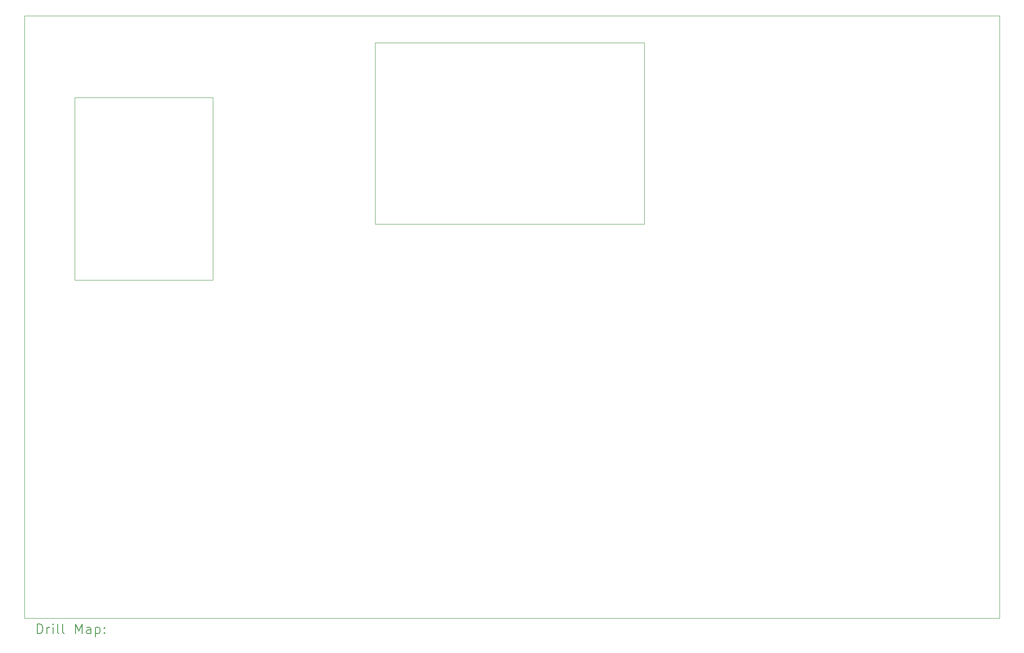
<source format=gbr>
%TF.GenerationSoftware,KiCad,Pcbnew,8.0.0*%
%TF.CreationDate,2024-05-29T16:09:35+02:00*%
%TF.ProjectId,Remote_Board_L476RG,52656d6f-7465-45f4-926f-6172645f4c34,rev?*%
%TF.SameCoordinates,Original*%
%TF.FileFunction,Drillmap*%
%TF.FilePolarity,Positive*%
%FSLAX45Y45*%
G04 Gerber Fmt 4.5, Leading zero omitted, Abs format (unit mm)*
G04 Created by KiCad (PCBNEW 8.0.0) date 2024-05-29 16:09:35*
%MOMM*%
%LPD*%
G01*
G04 APERTURE LIST*
%ADD10C,0.050000*%
%ADD11C,0.200000*%
G04 APERTURE END LIST*
D10*
X7600000Y-3000000D02*
X27500000Y-3000000D01*
X27500000Y-15300000D01*
X7600000Y-15300000D01*
X7600000Y-3000000D01*
X8620000Y-4675000D02*
X11445000Y-4675000D01*
X11445000Y-8400000D01*
X8620000Y-8400000D01*
X8620000Y-4675000D01*
X14750000Y-3550000D02*
X20250000Y-3550000D01*
X20250000Y-7250000D01*
X14750000Y-7250000D01*
X14750000Y-3550000D01*
D11*
X7858277Y-15613984D02*
X7858277Y-15413984D01*
X7858277Y-15413984D02*
X7905896Y-15413984D01*
X7905896Y-15413984D02*
X7934467Y-15423508D01*
X7934467Y-15423508D02*
X7953515Y-15442555D01*
X7953515Y-15442555D02*
X7963039Y-15461603D01*
X7963039Y-15461603D02*
X7972562Y-15499698D01*
X7972562Y-15499698D02*
X7972562Y-15528269D01*
X7972562Y-15528269D02*
X7963039Y-15566365D01*
X7963039Y-15566365D02*
X7953515Y-15585412D01*
X7953515Y-15585412D02*
X7934467Y-15604460D01*
X7934467Y-15604460D02*
X7905896Y-15613984D01*
X7905896Y-15613984D02*
X7858277Y-15613984D01*
X8058277Y-15613984D02*
X8058277Y-15480650D01*
X8058277Y-15518746D02*
X8067801Y-15499698D01*
X8067801Y-15499698D02*
X8077324Y-15490174D01*
X8077324Y-15490174D02*
X8096372Y-15480650D01*
X8096372Y-15480650D02*
X8115420Y-15480650D01*
X8182086Y-15613984D02*
X8182086Y-15480650D01*
X8182086Y-15413984D02*
X8172562Y-15423508D01*
X8172562Y-15423508D02*
X8182086Y-15433031D01*
X8182086Y-15433031D02*
X8191610Y-15423508D01*
X8191610Y-15423508D02*
X8182086Y-15413984D01*
X8182086Y-15413984D02*
X8182086Y-15433031D01*
X8305896Y-15613984D02*
X8286848Y-15604460D01*
X8286848Y-15604460D02*
X8277324Y-15585412D01*
X8277324Y-15585412D02*
X8277324Y-15413984D01*
X8410658Y-15613984D02*
X8391610Y-15604460D01*
X8391610Y-15604460D02*
X8382086Y-15585412D01*
X8382086Y-15585412D02*
X8382086Y-15413984D01*
X8639229Y-15613984D02*
X8639229Y-15413984D01*
X8639229Y-15413984D02*
X8705896Y-15556841D01*
X8705896Y-15556841D02*
X8772563Y-15413984D01*
X8772563Y-15413984D02*
X8772563Y-15613984D01*
X8953515Y-15613984D02*
X8953515Y-15509222D01*
X8953515Y-15509222D02*
X8943991Y-15490174D01*
X8943991Y-15490174D02*
X8924944Y-15480650D01*
X8924944Y-15480650D02*
X8886848Y-15480650D01*
X8886848Y-15480650D02*
X8867801Y-15490174D01*
X8953515Y-15604460D02*
X8934467Y-15613984D01*
X8934467Y-15613984D02*
X8886848Y-15613984D01*
X8886848Y-15613984D02*
X8867801Y-15604460D01*
X8867801Y-15604460D02*
X8858277Y-15585412D01*
X8858277Y-15585412D02*
X8858277Y-15566365D01*
X8858277Y-15566365D02*
X8867801Y-15547317D01*
X8867801Y-15547317D02*
X8886848Y-15537793D01*
X8886848Y-15537793D02*
X8934467Y-15537793D01*
X8934467Y-15537793D02*
X8953515Y-15528269D01*
X9048753Y-15480650D02*
X9048753Y-15680650D01*
X9048753Y-15490174D02*
X9067801Y-15480650D01*
X9067801Y-15480650D02*
X9105896Y-15480650D01*
X9105896Y-15480650D02*
X9124944Y-15490174D01*
X9124944Y-15490174D02*
X9134467Y-15499698D01*
X9134467Y-15499698D02*
X9143991Y-15518746D01*
X9143991Y-15518746D02*
X9143991Y-15575888D01*
X9143991Y-15575888D02*
X9134467Y-15594936D01*
X9134467Y-15594936D02*
X9124944Y-15604460D01*
X9124944Y-15604460D02*
X9105896Y-15613984D01*
X9105896Y-15613984D02*
X9067801Y-15613984D01*
X9067801Y-15613984D02*
X9048753Y-15604460D01*
X9229705Y-15594936D02*
X9239229Y-15604460D01*
X9239229Y-15604460D02*
X9229705Y-15613984D01*
X9229705Y-15613984D02*
X9220182Y-15604460D01*
X9220182Y-15604460D02*
X9229705Y-15594936D01*
X9229705Y-15594936D02*
X9229705Y-15613984D01*
X9229705Y-15490174D02*
X9239229Y-15499698D01*
X9239229Y-15499698D02*
X9229705Y-15509222D01*
X9229705Y-15509222D02*
X9220182Y-15499698D01*
X9220182Y-15499698D02*
X9229705Y-15490174D01*
X9229705Y-15490174D02*
X9229705Y-15509222D01*
M02*

</source>
